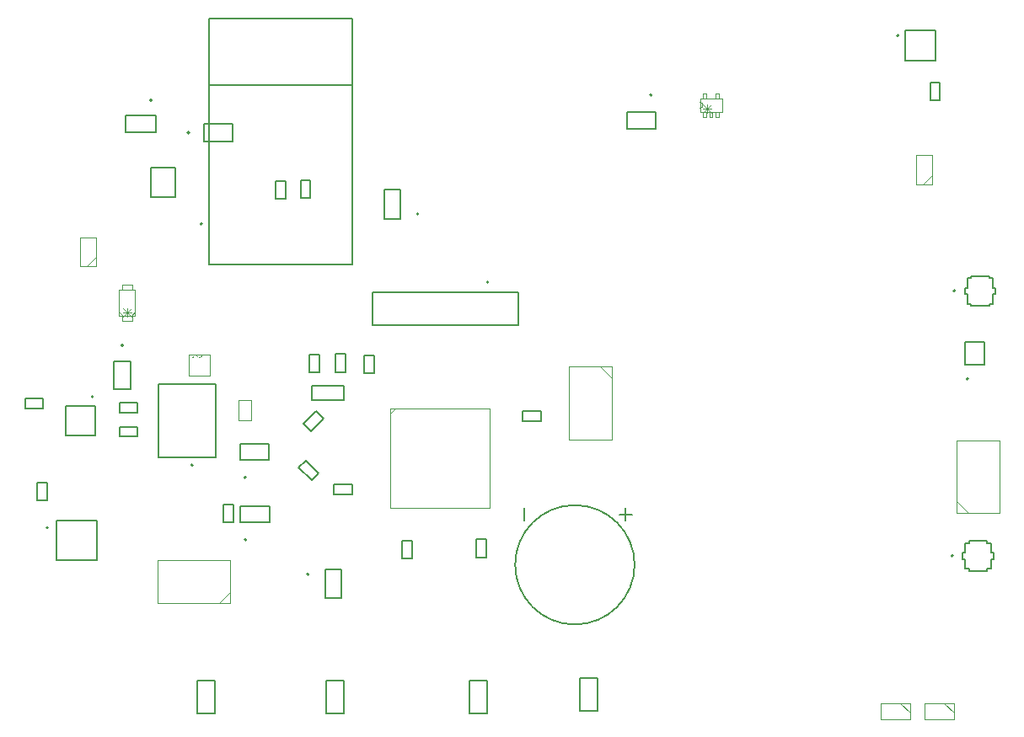
<source format=gbr>
%TF.GenerationSoftware,Altium Limited,Altium Designer,22.5.1 (42)*%
G04 Layer_Color=16711935*
%FSLAX45Y45*%
%MOMM*%
%TF.SameCoordinates,BCC7A4F8-9605-4868-ACEC-D28EECC8EA53*%
%TF.FilePolarity,Positive*%
%TF.FileFunction,Other,Mechanical_13*%
%TF.Part,Single*%
G01*
G75*
%TA.AperFunction,NonConductor*%
%ADD112C,0.12700*%
%ADD138C,0.20000*%
%ADD140C,0.10000*%
%ADD146C,0.07620*%
%ADD214C,0.00000*%
%ADD215C,0.02540*%
D112*
X9298390Y3516440D02*
G03*
X9298390Y3516440I-600000J0D01*
G01*
X6191510Y3473790D02*
X6354010D01*
Y3181290D02*
Y3473790D01*
X6191510Y3181290D02*
X6354010D01*
X6191510D02*
Y3473790D01*
X4236570Y5280430D02*
Y5565430D01*
X4066570Y5280430D02*
X4236570D01*
X4066570D02*
Y5565430D01*
X4236570D01*
X3581250Y4815510D02*
X3881250D01*
X3581250Y5115510D02*
X3881250D01*
X3581250Y4815510D02*
Y5115510D01*
X3881250Y4815510D02*
Y5115510D01*
X6662120Y6255070D02*
X8132120Y6255070D01*
X6662120Y5925070D02*
X6662120Y6255070D01*
X6662120Y5925070D02*
X8132120D01*
Y6255070D01*
X4971960Y7775140D02*
Y7945140D01*
Y7775140D02*
X5256960D01*
Y7945140D01*
X4971960D02*
X5256960D01*
X6943920Y6992170D02*
Y7284670D01*
X6781420D02*
X6943920D01*
X6781420Y6992170D02*
Y7284670D01*
Y6992170D02*
X6943920D01*
X4512140Y4593510D02*
Y5333510D01*
Y4593510D02*
X5087140D01*
Y5333510D01*
X4512140D02*
X5087140D01*
X5332274Y4569739D02*
X5624774D01*
Y4732239D01*
X5332274D02*
X5624774D01*
X5332274Y4569739D02*
Y4732239D01*
X4124214Y5047300D02*
X4304214D01*
X4124214Y5147299D02*
X4304214D01*
X4124214Y5047300D02*
Y5147299D01*
X4304214Y5047300D02*
Y5147299D01*
X4125894Y4804260D02*
X4305894D01*
X4125894Y4904259D02*
X4305894D01*
X4125894Y4804260D02*
Y4904259D01*
X4305894Y4804260D02*
Y4904259D01*
X3174804Y5190999D02*
X3354804D01*
X3174804Y5090999D02*
X3354804D01*
Y5190999D01*
X3174804Y5090999D02*
Y5190999D01*
X5337054Y3940889D02*
Y4103389D01*
X5629554D01*
Y3940889D02*
Y4103389D01*
X5337054Y3940889D02*
X5629554D01*
X5164544Y4120710D02*
X5264544D01*
X5164544Y3940709D02*
X5264544D01*
X5164544D02*
Y4120710D01*
X5264544Y3940709D02*
Y4120710D01*
X3494034Y3564269D02*
X3894034D01*
X3494034Y3964269D02*
X3894034D01*
Y3564269D02*
Y3964269D01*
X3494034Y3564269D02*
Y3964269D01*
X3399564Y4163919D02*
Y4343919D01*
X3299564Y4163919D02*
Y4343919D01*
Y4163919D02*
X3399564D01*
X3299564Y4343919D02*
X3399564D01*
X5943140Y7204850D02*
X6043140D01*
X5943140Y7384850D02*
X6043140D01*
Y7204850D02*
Y7384850D01*
X5943140Y7204850D02*
Y7384850D01*
X5695090Y7197320D02*
X5795090D01*
X5695090Y7377320D02*
X5795090D01*
Y7197320D02*
Y7377320D01*
X5695090Y7197320D02*
Y7377320D01*
X5019530Y8338710D02*
X6459530D01*
X5019530Y6538710D02*
X6459530D01*
Y8338710D01*
Y9008710D01*
X5019530D02*
X6459530D01*
X5019530Y8338710D02*
Y9008710D01*
Y6538710D02*
Y8338710D01*
X4188880Y8030310D02*
X4488880D01*
Y7864310D02*
Y8030310D01*
X4188880Y7864310D02*
X4488880D01*
X4188880D02*
Y8030310D01*
X12018550Y8884900D02*
X12318550D01*
Y8584900D02*
Y8884900D01*
X12018550Y8584900D02*
X12318550D01*
X12018550D02*
Y8884900D01*
X12266960Y8182959D02*
Y8362959D01*
X12366960Y8182959D02*
Y8362959D01*
X12266960D02*
X12366960D01*
X12266960Y8182959D02*
X12366960D01*
X12615380Y5755010D02*
X12815379D01*
X12615380Y5525010D02*
X12815379D01*
Y5755010D01*
X12615380Y5525010D02*
Y5755010D01*
X12880780Y3576010D02*
X12905780D01*
X12880780Y3476010D02*
Y3576010D01*
X12840781Y3476010D02*
X12880780D01*
X12840781Y3456010D02*
Y3476010D01*
X12660780Y3456010D02*
X12840781D01*
X12660780D02*
Y3476010D01*
X12620780D02*
X12660780D01*
X12620780D02*
Y3576010D01*
X12595780D02*
X12620780D01*
X12595780D02*
Y3636010D01*
X12620780D01*
Y3736010D01*
X12660780D01*
Y3756010D01*
X12840781D01*
Y3736010D02*
Y3756010D01*
Y3736010D02*
X12880780D01*
Y3636010D02*
Y3736010D01*
Y3636010D02*
X12905780D01*
Y3576010D02*
Y3636010D01*
X12899310Y6239690D02*
X12924310D01*
X12899310Y6139690D02*
Y6239690D01*
X12859309Y6139690D02*
X12899310D01*
X12859309Y6119690D02*
Y6139690D01*
X12679310Y6119690D02*
X12859309D01*
X12679310D02*
Y6139690D01*
X12639310D02*
X12679310D01*
X12639310D02*
Y6239690D01*
X12614310D02*
X12639310D01*
X12614310D02*
Y6299690D01*
X12639310D01*
Y6399690D01*
X12679310D01*
Y6419690D01*
X12859309D01*
Y6399690D02*
Y6419690D01*
Y6399690D02*
X12899310D01*
Y6299690D02*
Y6399690D01*
Y6299690D02*
X12924310D01*
Y6239690D02*
Y6299690D01*
X6279060Y4227410D02*
Y4327410D01*
X6459060Y4227410D02*
Y4327410D01*
X6279060Y4227410D02*
X6459060D01*
X6279060Y4327410D02*
X6459060D01*
X6961119Y3577360D02*
X7061119D01*
X6961119Y3757360D02*
X7061119D01*
Y3577360D02*
Y3757360D01*
X6961119Y3577360D02*
Y3757360D01*
X7704700Y3592870D02*
X7804700D01*
X7704700Y3772870D02*
X7804700D01*
Y3592870D02*
Y3772870D01*
X7704700Y3592870D02*
Y3772870D01*
X8356450Y4958230D02*
Y5058230D01*
X8176449Y4958230D02*
Y5058230D01*
X8356450D01*
X8176449Y4958230D02*
X8356450D01*
X6585010Y5624930D02*
X6685010D01*
X6585010Y5444930D02*
X6685010D01*
X6585010D02*
Y5624930D01*
X6685010Y5444930D02*
Y5624930D01*
X6294020Y5635280D02*
X6394019D01*
X6294020Y5455280D02*
X6394019D01*
X6294020D02*
Y5635280D01*
X6394019Y5455280D02*
Y5635280D01*
X6033270Y5633280D02*
X6133269D01*
X6033270Y5453280D02*
X6133269D01*
X6033270D02*
Y5633280D01*
X6133269Y5453280D02*
Y5633280D01*
X5973377Y4931358D02*
X6044088Y4860648D01*
X6100657Y5058638D02*
X6171367Y4987927D01*
X6044088Y4860648D02*
X6171367Y4987927D01*
X5973377Y4931358D02*
X6100657Y5058638D01*
X5924627Y4492472D02*
X5995338Y4563182D01*
X6051907Y4365192D02*
X6122617Y4435903D01*
X5924627Y4492472D02*
X6051907Y4365192D01*
X5995338Y4563182D02*
X6122617Y4435903D01*
X8190390Y3960940D02*
Y4087940D01*
X9142890Y4024440D02*
X9269890D01*
X9206390Y3960940D02*
Y4087940D01*
X6198452Y2018423D02*
X6374453D01*
X6198452Y2348423D02*
X6374453D01*
Y2018423D02*
Y2348423D01*
X6198452Y2018423D02*
Y2348423D01*
X7638970Y2020880D02*
X7814970D01*
X7638970Y2350880D02*
X7814970D01*
Y2020880D02*
Y2350880D01*
X7638970Y2020880D02*
Y2350880D01*
X4907572Y2025853D02*
X5083573D01*
X4907572Y2355853D02*
X5083573D01*
Y2025853D02*
Y2355853D01*
X4907572Y2025853D02*
Y2355853D01*
X8748790Y2047460D02*
X8924790D01*
X8748790Y2377460D02*
X8924790D01*
Y2047460D02*
Y2377460D01*
X8748790Y2047460D02*
Y2377460D01*
X9220000Y8064050D02*
X9512500D01*
X9220000Y7901550D02*
Y8064050D01*
Y7901550D02*
X9512500D01*
Y8064050D01*
D138*
X6027260Y3422040D02*
G03*
X6027260Y3422040I-10000J0D01*
G01*
X4161570Y5722930D02*
G03*
X4161570Y5722930I-10000J0D01*
G01*
X3861250Y5205010D02*
G03*
X3861250Y5205010I-10000J0D01*
G01*
X7832520Y6356570D02*
G03*
X7832520Y6356570I-10000J0D01*
G01*
X4824460Y7860140D02*
G03*
X4824460Y7860140I-10000J0D01*
G01*
X7128170Y7043920D02*
G03*
X7128170Y7043920I-10000J0D01*
G01*
X4862140Y4518510D02*
G03*
X4862140Y4518510I-10000J0D01*
G01*
X5394024Y4395489D02*
G03*
X5394024Y4395489I-10000J0D01*
G01*
X5398804Y3766639D02*
G03*
X5398804Y3766639I-10000J0D01*
G01*
X3406534Y3889269D02*
G03*
X3406534Y3889269I-10000J0D01*
G01*
X4954530Y6942710D02*
G03*
X4954530Y6942710I-10000J0D01*
G01*
X4448880Y8187310D02*
G03*
X4448880Y8187310I-10000J0D01*
G01*
X11953050Y8834900D02*
G03*
X11953050Y8834900I-10000J0D01*
G01*
X12650380Y5387510D02*
G03*
X12650380Y5387510I-10000J0D01*
G01*
X12499780Y3608010D02*
G03*
X12499780Y3608010I-10000J0D01*
G01*
X12518310Y6271690D02*
G03*
X12518310Y6271690I-10000J0D01*
G01*
X9470750Y8238300D02*
G03*
X9470750Y8238300I-10000J0D01*
G01*
X4436580Y7209460D02*
X4686580D01*
Y7509460D01*
X4436580D02*
X4686580D01*
X4436580Y7209460D02*
Y7509460D01*
X6377711Y5169172D02*
Y5319172D01*
X6057712D02*
X6377711D01*
X6057712Y5169172D02*
Y5319172D01*
Y5169172D02*
X6377711D01*
D140*
X3794530Y6520200D02*
X3889530Y6615200D01*
Y6520200D02*
Y6810200D01*
X3729530D02*
X3889530D01*
X3729530Y6520200D02*
Y6810200D01*
Y6520200D02*
X3889530D01*
X12409990Y2126750D02*
X12504990Y2031750D01*
X12209990Y2126750D02*
X12504990D01*
X12209990Y1966749D02*
Y2126750D01*
Y1966749D02*
X12504990D01*
Y2126750D01*
X11968451D02*
X12063451Y2031750D01*
X11768450Y2126750D02*
X12063451D01*
X11768450Y1966749D02*
Y2126750D01*
Y1966749D02*
X12063451D01*
Y2126750D01*
X6841059Y5035940D02*
X6891059Y5085940D01*
X6841059Y4085940D02*
Y5085940D01*
Y4085940D02*
X7841060D01*
Y5085940D01*
X6841059D02*
X7841060D01*
X5444994Y4971649D02*
Y5171649D01*
X5319994Y4971649D02*
X5444994D01*
X5319994D02*
Y5171649D01*
X5444994D01*
X5121994Y3130379D02*
X5236994Y3245379D01*
Y3130379D02*
Y3560379D01*
X4506994D02*
X5236994D01*
X4506994Y3130379D02*
Y3560379D01*
Y3130379D02*
X5236994D01*
X8952480Y5506930D02*
X9067480Y5391930D01*
X8637480Y5506930D02*
X9067480D01*
X8637480Y4776930D02*
Y5506930D01*
Y4776930D02*
X9067480D01*
Y5506930D01*
X12532830Y4037900D02*
Y4767900D01*
X12962830D01*
Y4037900D02*
Y4767900D01*
X12532830Y4037900D02*
X12962830D01*
X12532830Y4152900D02*
X12647830Y4037900D01*
X12128710Y7338430D02*
X12288710D01*
X12128710D02*
Y7633430D01*
X12288710D01*
Y7338430D02*
Y7633430D01*
X12193710Y7338430D02*
X12288710Y7433430D01*
D146*
X4158801Y6012540D02*
X4243440Y6097180D01*
Y6012540D02*
X4158801Y6097180D01*
X4201121Y6012540D02*
Y6097180D01*
X4243440Y6054860D02*
X4158801D01*
X9986481Y8061610D02*
X10071121Y8146249D01*
Y8061610D02*
X9986481Y8146249D01*
X10028801Y8061610D02*
Y8146249D01*
X10071121Y8103930D02*
X9986481D01*
D214*
X4897400Y5630490D02*
G03*
X4958360Y5630490I30480J0D01*
G01*
X4870730Y5600080D02*
G03*
X4870730Y5600080I-7620J0D01*
G01*
X9955350Y8104790D02*
G03*
X9955350Y8165750I0J30480D01*
G01*
D215*
X4121100Y6018890D02*
X4281100D01*
X4121100D02*
Y6278890D01*
X4281100D01*
Y6018890D02*
Y6278890D01*
X4241100Y6018890D02*
X4281100Y6058890D01*
X4121100D02*
X4161100Y6018890D01*
X4151100Y6278890D02*
Y6333890D01*
X4251100D01*
Y6278890D02*
Y6333890D01*
X4151100Y6278890D02*
X4251100D01*
Y5963890D02*
Y6018890D01*
X4151100Y5963890D02*
X4251100D01*
X4151100D02*
Y6018890D01*
X4251100D01*
X4822470Y5419670D02*
Y5630490D01*
X5033290D01*
Y5419670D02*
Y5630490D01*
X4822470Y5419670D02*
X5033290D01*
X9985600Y8067960D02*
X10016080D01*
X9985600Y8015890D02*
Y8067960D01*
Y8015890D02*
X10016080D01*
Y8067960D01*
X10050600D02*
X10081080D01*
X10050600Y8015890D02*
Y8067960D01*
Y8015890D02*
X10081080D01*
Y8067960D01*
X10115600D02*
X10146080D01*
X10115600Y8015890D02*
Y8067960D01*
Y8015890D02*
X10146080D01*
Y8067960D01*
X10115600Y8202580D02*
X10146080D01*
Y8254650D01*
X10115600D02*
X10146080D01*
X10115600Y8202580D02*
Y8254650D01*
X9985600Y8202580D02*
X10016080D01*
Y8254650D01*
X9985600D02*
X10016080D01*
X9985600Y8202580D02*
Y8254650D01*
X10176330Y8067960D02*
Y8202580D01*
X9955350D02*
X10176330D01*
X9955350Y8067960D02*
Y8202580D01*
Y8067960D02*
X10176330D01*
%TF.MD5,8a2b254cb0807270ad436edc57052bcd*%
M02*

</source>
